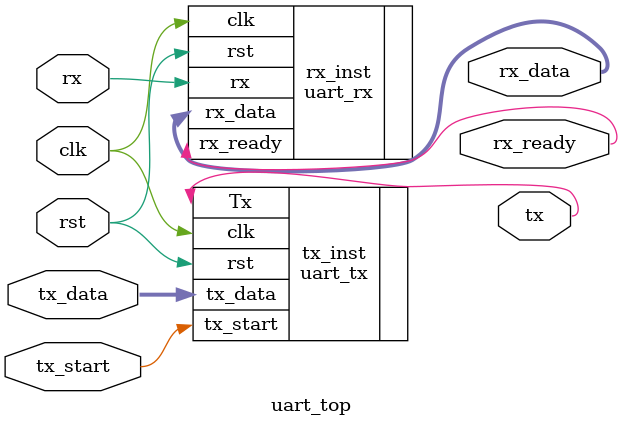
<source format=v>
module uart_top(
    input wire clk,
    input wire rst,
    input wire [7:0] tx_data,
    input wire tx_start,
    input wire rx,
    output wire [7:0] rx_data,
    output wire rx_ready,
    output wire tx
);

    // UART Transmitter
    uart_tx tx_inst (
        .clk(clk),
        .rst(rst),
        //.baud_tick(baud_tick),
        .tx_start(tx_start),
        .tx_data(tx_data),
        .Tx(tx)
    );

    // UART Receiver
    uart_rx rx_inst (
        .clk(clk),
        .rst(rst),
//        .baud_tick(baud_tick),
        .rx(rx),
        .rx_data(rx_data),
        .rx_ready(rx_ready)
    );
endmodule

</source>
